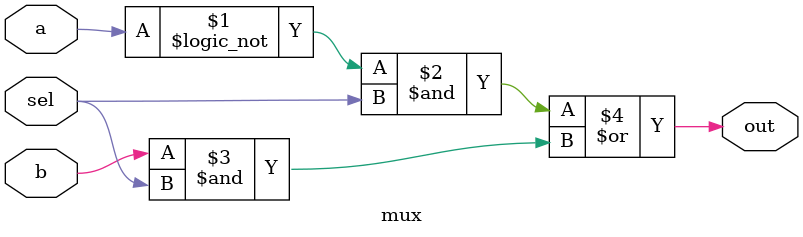
<source format=sv>
module mux
    (
        input logic a, b,
        input logic sel,
        output logic out
    );
    // TODO
    assign out = (!a & sel) | (b & sel);
endmodule

</source>
